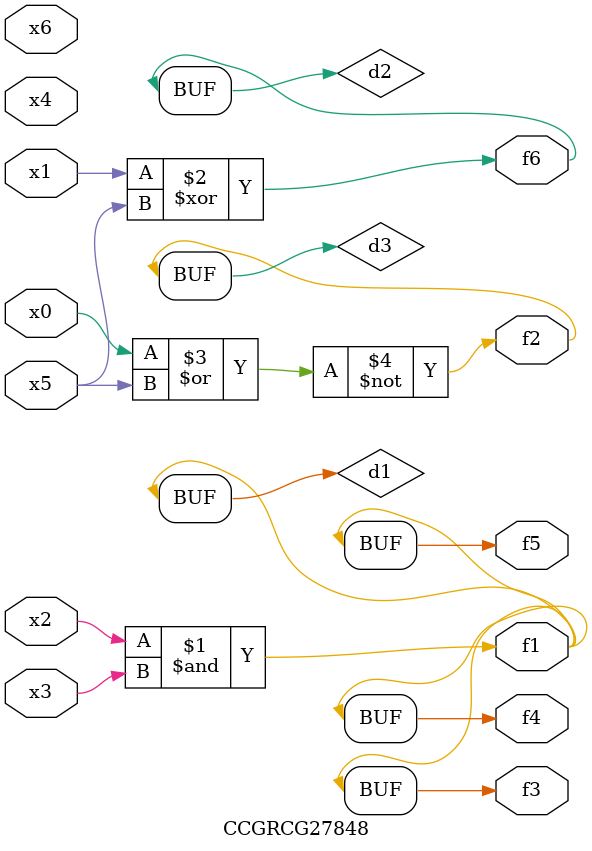
<source format=v>
module CCGRCG27848(
	input x0, x1, x2, x3, x4, x5, x6,
	output f1, f2, f3, f4, f5, f6
);

	wire d1, d2, d3;

	and (d1, x2, x3);
	xor (d2, x1, x5);
	nor (d3, x0, x5);
	assign f1 = d1;
	assign f2 = d3;
	assign f3 = d1;
	assign f4 = d1;
	assign f5 = d1;
	assign f6 = d2;
endmodule

</source>
